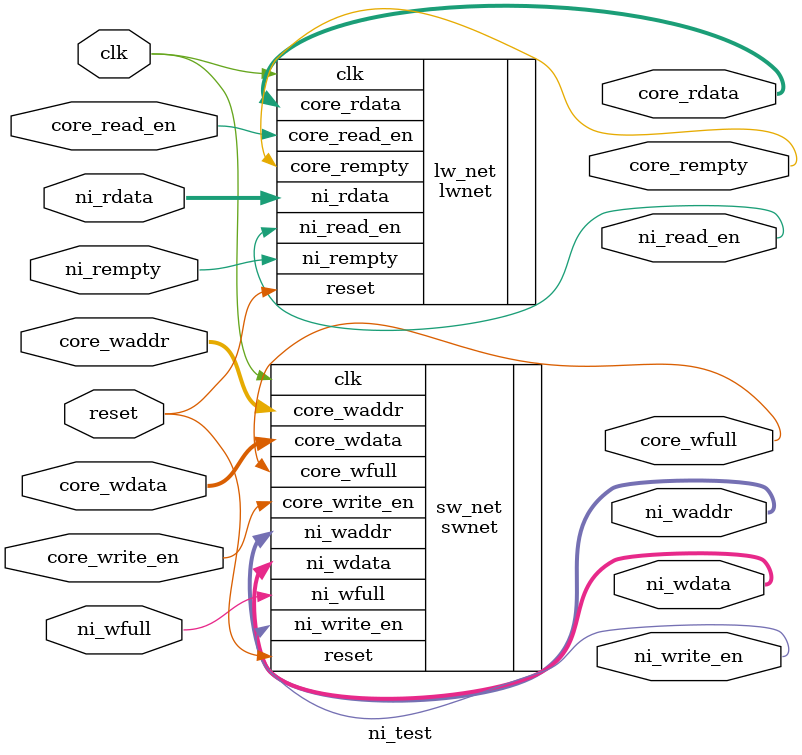
<source format=v>
`include "../../fifo/async_fifo.v"
`include "../../inst/swnet.v"
`include "../../inst/lwnet.v"

/*

File : ni_test.v
Description : Testing NI implementations included modules

MSB are the 16 bits of destination router address.
LSB 16 bits which is the neuron address. 

*/

module ni_test(
    input clk,
    input reset,

    // control signal 
    input wire core_write_en,
    input wire core_read_en,
    // inputs from core
    input wire [RSIZE-1:0] core_wdata,
    input wire [RSIZE-1:0] core_waddr,
    // outputs to core 
    output wire core_wfull,
    
    output wire [RSIZE-1:0] core_rdata,
    output wire core_rempty,


    // Outputs to NoC

    // Inputs from NoC
    

    // Temporary outputs and inputs to check 
    // beahviour of all modules 
    // for fifo write buffer
    input wire ni_wfull,
    output wire [RSIZE-1:0] ni_wdata,
    output wire [RSIZE-1:0] ni_waddr,
    output wire ni_write_en,
    
    input wire ni_rempty,
    input wire [RSIZE-1:0] ni_rdata,
    output wire ni_read_en

);

    // Parameters 
    // ADDRSIZE -> shows length of FIFOS
    // MSB_SLOT -> shows depth of FIFO or DATA size
    // DSIZE -> full packet size 
    // RSIZE -> half a packet size
    parameter ADDRSIZE = 5;
    parameter MSB_SLOT = 5;
    localparam DSIZE = 1<<MSB_SLOT;
    localparam RSIZE = 1<<MSB_SLOT-1;
    
    // for fifo write buffer
    // wire ni_wfull;
    // wire [RSIZE-1:0] ni_wdata;
    // wire [RSIZE-1:0] ni_waddr;

    swnet #(.ADDRSIZE(ADDRSIZE),.MSB_SLOT(MSB_SLOT)) sw_net (
       .clk(clk),
       .reset(reset),
       .core_wdata(core_wdata),
       .core_waddr(core_waddr),
       .core_wfull(core_wfull),
       .ni_wfull(ni_wfull),
       .ni_wdata(ni_wdata),
       .ni_waddr(ni_waddr),
       .core_write_en(core_write_en),
       .ni_write_en(ni_write_en)
    ); 

    lwnet #(.ADDRSIZE(ADDRSIZE),.MSB_SLOT(MSB_SLOT)) lw_net (
       .clk(clk),
       .reset(reset),
       .core_rdata(core_rdata),
       .core_rempty(core_rempty),
       .ni_rempty(ni_rempty),
       .ni_rdata(ni_rdata),
       .core_read_en(core_read_en),
       .ni_read_en(ni_read_en)
    ); 
    

endmodule
</source>
